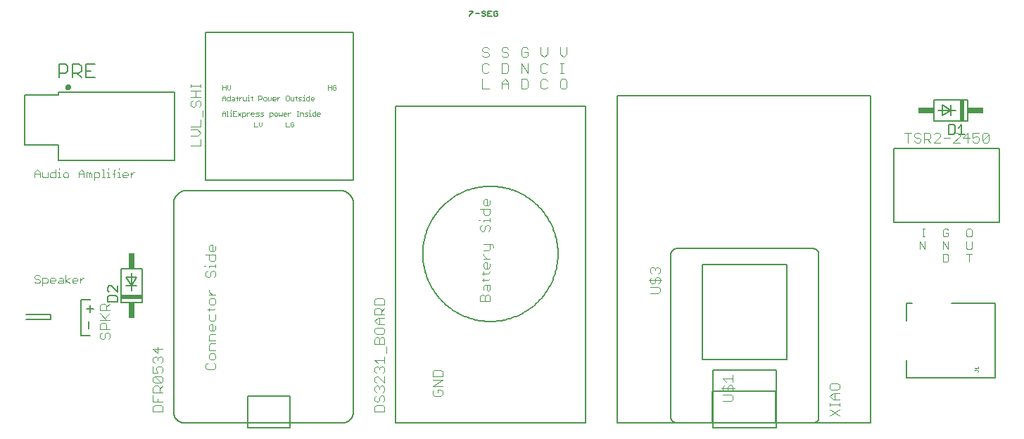
<source format=gto>
G75*
%MOIN*%
%OFA0B0*%
%FSLAX25Y25*%
%IPPOS*%
%LPD*%
%AMOC8*
5,1,8,0,0,1.08239X$1,22.5*
%
%ADD10C,0.00400*%
%ADD11C,0.00300*%
%ADD12C,0.00600*%
%ADD13C,0.00800*%
%ADD14C,0.00100*%
%ADD15C,0.00500*%
%ADD16R,0.10000X0.02000*%
%ADD17R,0.03000X0.07500*%
%ADD18C,0.01339*%
%ADD19C,0.00700*%
%ADD20R,0.02000X0.10000*%
%ADD21R,0.07500X0.03000*%
D10*
X0066996Y0064133D02*
X0066996Y0066435D01*
X0067763Y0067202D01*
X0070833Y0067202D01*
X0071600Y0066435D01*
X0071600Y0064133D01*
X0066996Y0064133D01*
X0066996Y0068737D02*
X0066996Y0071806D01*
X0066996Y0073341D02*
X0066996Y0075643D01*
X0067763Y0076410D01*
X0069298Y0076410D01*
X0070065Y0075643D01*
X0070065Y0073341D01*
X0070065Y0074876D02*
X0071600Y0076410D01*
X0070833Y0077945D02*
X0067763Y0081014D01*
X0070833Y0081014D01*
X0071600Y0080247D01*
X0071600Y0078712D01*
X0070833Y0077945D01*
X0067763Y0077945D01*
X0066996Y0078712D01*
X0066996Y0080247D01*
X0067763Y0081014D01*
X0066996Y0082549D02*
X0069298Y0082549D01*
X0068531Y0084083D01*
X0068531Y0084851D01*
X0069298Y0085618D01*
X0070833Y0085618D01*
X0071600Y0084851D01*
X0071600Y0083316D01*
X0070833Y0082549D01*
X0066996Y0082549D02*
X0066996Y0085618D01*
X0067763Y0087153D02*
X0066996Y0087920D01*
X0066996Y0089455D01*
X0067763Y0090222D01*
X0068531Y0090222D01*
X0069298Y0089455D01*
X0070065Y0090222D01*
X0070833Y0090222D01*
X0071600Y0089455D01*
X0071600Y0087920D01*
X0070833Y0087153D01*
X0069298Y0088687D02*
X0069298Y0089455D01*
X0069298Y0091757D02*
X0069298Y0094826D01*
X0066996Y0094059D02*
X0069298Y0091757D01*
X0071600Y0094059D02*
X0066996Y0094059D01*
X0046561Y0099270D02*
X0045793Y0098503D01*
X0046561Y0099270D02*
X0046561Y0100805D01*
X0045793Y0101572D01*
X0045026Y0101572D01*
X0044259Y0100805D01*
X0044259Y0099270D01*
X0043491Y0098503D01*
X0042724Y0098503D01*
X0041957Y0099270D01*
X0041957Y0100805D01*
X0042724Y0101572D01*
X0041957Y0103107D02*
X0041957Y0105409D01*
X0042724Y0106176D01*
X0044259Y0106176D01*
X0045026Y0105409D01*
X0045026Y0103107D01*
X0046561Y0103107D02*
X0041957Y0103107D01*
X0041957Y0107711D02*
X0046561Y0107711D01*
X0045026Y0107711D02*
X0041957Y0110780D01*
X0041957Y0112315D02*
X0041957Y0114617D01*
X0042724Y0115384D01*
X0044259Y0115384D01*
X0045026Y0114617D01*
X0045026Y0112315D01*
X0045026Y0113850D02*
X0046561Y0115384D01*
X0046561Y0112315D02*
X0041957Y0112315D01*
X0044259Y0108478D02*
X0046561Y0110780D01*
X0092763Y0112524D02*
X0095833Y0112524D01*
X0096600Y0113291D01*
X0095833Y0114826D02*
X0096600Y0115593D01*
X0096600Y0117128D01*
X0095833Y0117895D01*
X0094298Y0117895D01*
X0093531Y0117128D01*
X0093531Y0115593D01*
X0094298Y0114826D01*
X0095833Y0114826D01*
X0093531Y0113291D02*
X0093531Y0111757D01*
X0093531Y0110222D02*
X0093531Y0107920D01*
X0094298Y0107153D01*
X0095833Y0107153D01*
X0096600Y0107920D01*
X0096600Y0110222D01*
X0095065Y0105618D02*
X0095065Y0102549D01*
X0094298Y0102549D02*
X0093531Y0103316D01*
X0093531Y0104851D01*
X0094298Y0105618D01*
X0095065Y0105618D01*
X0096600Y0104851D02*
X0096600Y0103316D01*
X0095833Y0102549D01*
X0094298Y0102549D01*
X0094298Y0101014D02*
X0096600Y0101014D01*
X0094298Y0101014D02*
X0093531Y0100247D01*
X0093531Y0097945D01*
X0096600Y0097945D01*
X0096600Y0096410D02*
X0094298Y0096410D01*
X0093531Y0095643D01*
X0093531Y0093341D01*
X0096600Y0093341D01*
X0095833Y0091806D02*
X0094298Y0091806D01*
X0093531Y0091039D01*
X0093531Y0089504D01*
X0094298Y0088737D01*
X0095833Y0088737D01*
X0096600Y0089504D01*
X0096600Y0091039D01*
X0095833Y0091806D01*
X0095833Y0087202D02*
X0096600Y0086435D01*
X0096600Y0084900D01*
X0095833Y0084133D01*
X0092763Y0084133D01*
X0091996Y0084900D01*
X0091996Y0086435D01*
X0092763Y0087202D01*
X0071600Y0073341D02*
X0066996Y0073341D01*
X0069298Y0070272D02*
X0069298Y0068737D01*
X0071600Y0068737D02*
X0066996Y0068737D01*
X0093531Y0119430D02*
X0096600Y0119430D01*
X0095065Y0119430D02*
X0093531Y0120964D01*
X0093531Y0121732D01*
X0093531Y0127870D02*
X0094298Y0128638D01*
X0094298Y0130172D01*
X0095065Y0130940D01*
X0095833Y0130940D01*
X0096600Y0130172D01*
X0096600Y0128638D01*
X0095833Y0127870D01*
X0093531Y0127870D02*
X0092763Y0127870D01*
X0091996Y0128638D01*
X0091996Y0130172D01*
X0092763Y0130940D01*
X0093531Y0132474D02*
X0093531Y0133242D01*
X0096600Y0133242D01*
X0096600Y0134009D02*
X0096600Y0132474D01*
X0095833Y0135544D02*
X0094298Y0135544D01*
X0093531Y0136311D01*
X0093531Y0138613D01*
X0091996Y0138613D02*
X0096600Y0138613D01*
X0096600Y0136311D01*
X0095833Y0135544D01*
X0091996Y0133242D02*
X0091229Y0133242D01*
X0094298Y0140147D02*
X0093531Y0140915D01*
X0093531Y0142449D01*
X0094298Y0143217D01*
X0095065Y0143217D01*
X0095065Y0140147D01*
X0094298Y0140147D02*
X0095833Y0140147D01*
X0096600Y0140915D01*
X0096600Y0142449D01*
X0171996Y0117078D02*
X0171996Y0114776D01*
X0176600Y0114776D01*
X0176600Y0117078D01*
X0175833Y0117846D01*
X0172763Y0117846D01*
X0171996Y0117078D01*
X0172763Y0113242D02*
X0174298Y0113242D01*
X0175065Y0112474D01*
X0175065Y0110172D01*
X0175065Y0111707D02*
X0176600Y0113242D01*
X0176600Y0110172D02*
X0171996Y0110172D01*
X0171996Y0112474D01*
X0172763Y0113242D01*
X0173531Y0108638D02*
X0171996Y0107103D01*
X0173531Y0105568D01*
X0176600Y0105568D01*
X0175833Y0104034D02*
X0172763Y0104034D01*
X0171996Y0103266D01*
X0171996Y0101732D01*
X0172763Y0100964D01*
X0175833Y0100964D01*
X0176600Y0101732D01*
X0176600Y0103266D01*
X0175833Y0104034D01*
X0174298Y0105568D02*
X0174298Y0108638D01*
X0173531Y0108638D02*
X0176600Y0108638D01*
X0175833Y0099430D02*
X0176600Y0098662D01*
X0176600Y0096361D01*
X0171996Y0096361D01*
X0171996Y0098662D01*
X0172763Y0099430D01*
X0173531Y0099430D01*
X0174298Y0098662D01*
X0174298Y0096361D01*
X0174298Y0098662D02*
X0175065Y0099430D01*
X0175833Y0099430D01*
X0177367Y0094826D02*
X0177367Y0091757D01*
X0176600Y0090222D02*
X0176600Y0087153D01*
X0176600Y0088687D02*
X0171996Y0088687D01*
X0173531Y0087153D01*
X0173531Y0085618D02*
X0172763Y0085618D01*
X0171996Y0084851D01*
X0171996Y0083316D01*
X0172763Y0082549D01*
X0172763Y0081014D02*
X0171996Y0080247D01*
X0171996Y0078712D01*
X0172763Y0077945D01*
X0172763Y0076410D02*
X0173531Y0076410D01*
X0174298Y0075643D01*
X0175065Y0076410D01*
X0175833Y0076410D01*
X0176600Y0075643D01*
X0176600Y0074108D01*
X0175833Y0073341D01*
X0175833Y0071806D02*
X0176600Y0071039D01*
X0176600Y0069504D01*
X0175833Y0068737D01*
X0175833Y0067202D02*
X0172763Y0067202D01*
X0171996Y0066435D01*
X0171996Y0064133D01*
X0176600Y0064133D01*
X0176600Y0066435D01*
X0175833Y0067202D01*
X0173531Y0068737D02*
X0172763Y0068737D01*
X0171996Y0069504D01*
X0171996Y0071039D01*
X0172763Y0071806D01*
X0172763Y0073341D02*
X0171996Y0074108D01*
X0171996Y0075643D01*
X0172763Y0076410D01*
X0174298Y0075643D02*
X0174298Y0074876D01*
X0175065Y0071806D02*
X0175833Y0071806D01*
X0175065Y0071806D02*
X0174298Y0071039D01*
X0174298Y0069504D01*
X0173531Y0068737D01*
X0176600Y0077945D02*
X0173531Y0081014D01*
X0172763Y0081014D01*
X0174298Y0084083D02*
X0174298Y0084851D01*
X0175065Y0085618D01*
X0175833Y0085618D01*
X0176600Y0084851D01*
X0176600Y0083316D01*
X0175833Y0082549D01*
X0176600Y0081014D02*
X0176600Y0077945D01*
X0174298Y0084851D02*
X0173531Y0085618D01*
X0199496Y0083143D02*
X0199496Y0080841D01*
X0204100Y0080841D01*
X0204100Y0083143D01*
X0203333Y0083910D01*
X0200263Y0083910D01*
X0199496Y0083143D01*
X0199496Y0079306D02*
X0204100Y0079306D01*
X0199496Y0076237D01*
X0204100Y0076237D01*
X0203333Y0074702D02*
X0201798Y0074702D01*
X0201798Y0073168D01*
X0200263Y0074702D02*
X0199496Y0073935D01*
X0199496Y0072400D01*
X0200263Y0071633D01*
X0203333Y0071633D01*
X0204100Y0072400D01*
X0204100Y0073935D01*
X0203333Y0074702D01*
X0221996Y0116633D02*
X0221996Y0118935D01*
X0222763Y0119702D01*
X0223531Y0119702D01*
X0224298Y0118935D01*
X0224298Y0116633D01*
X0226600Y0116633D02*
X0221996Y0116633D01*
X0224298Y0118935D02*
X0225065Y0119702D01*
X0225833Y0119702D01*
X0226600Y0118935D01*
X0226600Y0116633D01*
X0225833Y0121237D02*
X0225065Y0122004D01*
X0225065Y0124306D01*
X0224298Y0124306D02*
X0226600Y0124306D01*
X0226600Y0122004D01*
X0225833Y0121237D01*
X0223531Y0122004D02*
X0223531Y0123539D01*
X0224298Y0124306D01*
X0223531Y0125841D02*
X0223531Y0127376D01*
X0222763Y0126608D02*
X0225833Y0126608D01*
X0226600Y0127376D01*
X0225833Y0129678D02*
X0226600Y0130445D01*
X0225833Y0129678D02*
X0222763Y0129678D01*
X0223531Y0130445D02*
X0223531Y0128910D01*
X0224298Y0131979D02*
X0223531Y0132747D01*
X0223531Y0134281D01*
X0224298Y0135049D01*
X0225065Y0135049D01*
X0225065Y0131979D01*
X0224298Y0131979D02*
X0225833Y0131979D01*
X0226600Y0132747D01*
X0226600Y0134281D01*
X0226600Y0136583D02*
X0223531Y0136583D01*
X0225065Y0136583D02*
X0223531Y0138118D01*
X0223531Y0138885D01*
X0223531Y0140420D02*
X0225833Y0140420D01*
X0226600Y0141187D01*
X0226600Y0143489D01*
X0227367Y0143489D02*
X0223531Y0143489D01*
X0227367Y0143489D02*
X0228135Y0142722D01*
X0228135Y0141955D01*
X0225833Y0149628D02*
X0226600Y0150395D01*
X0226600Y0151930D01*
X0225833Y0152697D01*
X0225065Y0152697D01*
X0224298Y0151930D01*
X0224298Y0150395D01*
X0223531Y0149628D01*
X0222763Y0149628D01*
X0221996Y0150395D01*
X0221996Y0151930D01*
X0222763Y0152697D01*
X0223531Y0154232D02*
X0223531Y0154999D01*
X0226600Y0154999D01*
X0226600Y0154232D02*
X0226600Y0155766D01*
X0225833Y0157301D02*
X0224298Y0157301D01*
X0223531Y0158068D01*
X0223531Y0160370D01*
X0221996Y0160370D02*
X0226600Y0160370D01*
X0226600Y0158068D01*
X0225833Y0157301D01*
X0221996Y0154999D02*
X0221229Y0154999D01*
X0224298Y0161905D02*
X0223531Y0162672D01*
X0223531Y0164207D01*
X0224298Y0164974D01*
X0225065Y0164974D01*
X0225065Y0161905D01*
X0224298Y0161905D02*
X0225833Y0161905D01*
X0226600Y0162672D01*
X0226600Y0164207D01*
X0302496Y0131831D02*
X0302496Y0130296D01*
X0303263Y0129529D01*
X0303263Y0127994D02*
X0302496Y0127227D01*
X0302496Y0125693D01*
X0303263Y0124925D01*
X0304031Y0124925D01*
X0304798Y0125693D01*
X0304798Y0127227D01*
X0305565Y0127994D01*
X0306333Y0127994D01*
X0307100Y0127227D01*
X0307100Y0125693D01*
X0306333Y0124925D01*
X0306333Y0123391D02*
X0302496Y0123391D01*
X0302496Y0120321D02*
X0306333Y0120321D01*
X0307100Y0121089D01*
X0307100Y0122623D01*
X0306333Y0123391D01*
X0307867Y0126460D02*
X0301729Y0126460D01*
X0306333Y0129529D02*
X0307100Y0130296D01*
X0307100Y0131831D01*
X0306333Y0132598D01*
X0305565Y0132598D01*
X0304798Y0131831D01*
X0304798Y0131064D01*
X0304798Y0131831D02*
X0304031Y0132598D01*
X0303263Y0132598D01*
X0302496Y0131831D01*
X0341600Y0081410D02*
X0341600Y0078341D01*
X0341600Y0079876D02*
X0336996Y0079876D01*
X0338531Y0078341D01*
X0337763Y0076806D02*
X0336996Y0076039D01*
X0336996Y0074504D01*
X0337763Y0073737D01*
X0338531Y0073737D01*
X0339298Y0074504D01*
X0339298Y0076039D01*
X0340065Y0076806D01*
X0340833Y0076806D01*
X0341600Y0076039D01*
X0341600Y0074504D01*
X0340833Y0073737D01*
X0340833Y0072202D02*
X0336996Y0072202D01*
X0336996Y0069133D02*
X0340833Y0069133D01*
X0341600Y0069900D01*
X0341600Y0071435D01*
X0340833Y0072202D01*
X0342367Y0075272D02*
X0336229Y0075272D01*
X0387496Y0075296D02*
X0388263Y0074529D01*
X0391333Y0074529D01*
X0392100Y0075296D01*
X0392100Y0076831D01*
X0391333Y0077598D01*
X0388263Y0077598D01*
X0387496Y0076831D01*
X0387496Y0075296D01*
X0389031Y0072994D02*
X0392100Y0072994D01*
X0389798Y0072994D02*
X0389798Y0069925D01*
X0389031Y0069925D02*
X0392100Y0069925D01*
X0392100Y0068391D02*
X0392100Y0066856D01*
X0392100Y0067623D02*
X0387496Y0067623D01*
X0387496Y0066856D02*
X0387496Y0068391D01*
X0389031Y0069925D02*
X0387496Y0071460D01*
X0389031Y0072994D01*
X0387496Y0065321D02*
X0392100Y0062252D01*
X0392100Y0065321D02*
X0387496Y0062252D01*
X0424535Y0191633D02*
X0424535Y0196237D01*
X0426069Y0196237D02*
X0423000Y0196237D01*
X0427604Y0195470D02*
X0427604Y0194702D01*
X0428371Y0193935D01*
X0429906Y0193935D01*
X0430673Y0193168D01*
X0430673Y0192400D01*
X0429906Y0191633D01*
X0428371Y0191633D01*
X0427604Y0192400D01*
X0427604Y0195470D02*
X0428371Y0196237D01*
X0429906Y0196237D01*
X0430673Y0195470D01*
X0432208Y0196237D02*
X0432208Y0191633D01*
X0432208Y0193168D02*
X0434510Y0193168D01*
X0435277Y0193935D01*
X0435277Y0195470D01*
X0434510Y0196237D01*
X0432208Y0196237D01*
X0433742Y0193168D02*
X0435277Y0191633D01*
X0436812Y0191633D02*
X0439881Y0194702D01*
X0439881Y0195470D01*
X0439114Y0196237D01*
X0437579Y0196237D01*
X0436812Y0195470D01*
X0436812Y0191633D02*
X0439881Y0191633D01*
X0441416Y0193935D02*
X0444485Y0193935D01*
X0446020Y0195470D02*
X0446787Y0196237D01*
X0448322Y0196237D01*
X0449089Y0195470D01*
X0449089Y0194702D01*
X0446020Y0191633D01*
X0449089Y0191633D01*
X0450624Y0193935D02*
X0453693Y0193935D01*
X0455227Y0193935D02*
X0455227Y0196237D01*
X0458297Y0196237D01*
X0459831Y0195470D02*
X0460599Y0196237D01*
X0462133Y0196237D01*
X0462901Y0195470D01*
X0459831Y0192400D01*
X0460599Y0191633D01*
X0462133Y0191633D01*
X0462901Y0192400D01*
X0462901Y0195470D01*
X0459831Y0195470D02*
X0459831Y0192400D01*
X0458297Y0192400D02*
X0458297Y0193935D01*
X0457529Y0194702D01*
X0456762Y0194702D01*
X0455227Y0193935D01*
X0455227Y0192400D02*
X0455995Y0191633D01*
X0457529Y0191633D01*
X0458297Y0192400D01*
X0452926Y0191633D02*
X0452926Y0196237D01*
X0450624Y0193935D01*
X0262901Y0217900D02*
X0262901Y0220970D01*
X0262133Y0221737D01*
X0260599Y0221737D01*
X0259831Y0220970D01*
X0259831Y0217900D01*
X0260599Y0217133D01*
X0262133Y0217133D01*
X0262901Y0217900D01*
X0253693Y0217900D02*
X0252926Y0217133D01*
X0251391Y0217133D01*
X0250624Y0217900D01*
X0250624Y0220970D01*
X0251391Y0221737D01*
X0252926Y0221737D01*
X0253693Y0220970D01*
X0244485Y0220970D02*
X0244485Y0217900D01*
X0243718Y0217133D01*
X0241416Y0217133D01*
X0241416Y0221737D01*
X0243718Y0221737D01*
X0244485Y0220970D01*
X0244485Y0224633D02*
X0244485Y0229237D01*
X0241416Y0229237D02*
X0241416Y0224633D01*
X0244485Y0224633D02*
X0241416Y0229237D01*
X0235277Y0228470D02*
X0235277Y0225400D01*
X0234510Y0224633D01*
X0232208Y0224633D01*
X0232208Y0229237D01*
X0234510Y0229237D01*
X0235277Y0228470D01*
X0234510Y0232133D02*
X0232975Y0232133D01*
X0232208Y0232900D01*
X0232975Y0234435D02*
X0232208Y0235202D01*
X0232208Y0235970D01*
X0232975Y0236737D01*
X0234510Y0236737D01*
X0235277Y0235970D01*
X0234510Y0234435D02*
X0235277Y0233668D01*
X0235277Y0232900D01*
X0234510Y0232133D01*
X0234510Y0234435D02*
X0232975Y0234435D01*
X0241416Y0235970D02*
X0241416Y0232900D01*
X0242183Y0232133D01*
X0243718Y0232133D01*
X0244485Y0232900D01*
X0244485Y0234435D01*
X0242950Y0234435D01*
X0241416Y0235970D02*
X0242183Y0236737D01*
X0243718Y0236737D01*
X0244485Y0235970D01*
X0250624Y0236737D02*
X0250624Y0233668D01*
X0252158Y0232133D01*
X0253693Y0233668D01*
X0253693Y0236737D01*
X0259831Y0236737D02*
X0259831Y0233668D01*
X0261366Y0232133D01*
X0262901Y0233668D01*
X0262901Y0236737D01*
X0261366Y0229237D02*
X0259831Y0229237D01*
X0260599Y0229237D02*
X0260599Y0224633D01*
X0261366Y0224633D02*
X0259831Y0224633D01*
X0253693Y0225400D02*
X0252926Y0224633D01*
X0251391Y0224633D01*
X0250624Y0225400D01*
X0250624Y0228470D01*
X0251391Y0229237D01*
X0252926Y0229237D01*
X0253693Y0228470D01*
X0235277Y0220202D02*
X0235277Y0217133D01*
X0235277Y0219435D02*
X0232208Y0219435D01*
X0232208Y0220202D02*
X0233742Y0221737D01*
X0235277Y0220202D01*
X0232208Y0220202D02*
X0232208Y0217133D01*
X0226069Y0217133D02*
X0223000Y0217133D01*
X0223000Y0221737D01*
X0223767Y0224633D02*
X0225302Y0224633D01*
X0226069Y0225400D01*
X0223767Y0224633D02*
X0223000Y0225400D01*
X0223000Y0228470D01*
X0223767Y0229237D01*
X0225302Y0229237D01*
X0226069Y0228470D01*
X0225302Y0232133D02*
X0223767Y0232133D01*
X0223000Y0232900D01*
X0223767Y0234435D02*
X0225302Y0234435D01*
X0226069Y0233668D01*
X0226069Y0232900D01*
X0225302Y0232133D01*
X0223767Y0234435D02*
X0223000Y0235202D01*
X0223000Y0235970D01*
X0223767Y0236737D01*
X0225302Y0236737D01*
X0226069Y0235970D01*
X0089600Y0219291D02*
X0089600Y0217757D01*
X0089600Y0218524D02*
X0084996Y0218524D01*
X0084996Y0217757D02*
X0084996Y0219291D01*
X0084996Y0216222D02*
X0089600Y0216222D01*
X0087298Y0216222D02*
X0087298Y0213153D01*
X0088065Y0211618D02*
X0088833Y0211618D01*
X0089600Y0210851D01*
X0089600Y0209316D01*
X0088833Y0208549D01*
X0087298Y0209316D02*
X0086531Y0208549D01*
X0085763Y0208549D01*
X0084996Y0209316D01*
X0084996Y0210851D01*
X0085763Y0211618D01*
X0084996Y0213153D02*
X0089600Y0213153D01*
X0088065Y0211618D02*
X0087298Y0210851D01*
X0087298Y0209316D01*
X0090367Y0207014D02*
X0090367Y0203945D01*
X0089600Y0202410D02*
X0089600Y0199341D01*
X0084996Y0199341D01*
X0084996Y0197806D02*
X0088065Y0197806D01*
X0089600Y0196272D01*
X0088065Y0194737D01*
X0084996Y0194737D01*
X0089600Y0193202D02*
X0089600Y0190133D01*
X0084996Y0190133D01*
D11*
X0058227Y0177552D02*
X0057610Y0177552D01*
X0056375Y0176317D01*
X0055161Y0176317D02*
X0052692Y0176317D01*
X0052692Y0175700D02*
X0052692Y0176935D01*
X0053309Y0177552D01*
X0054544Y0177552D01*
X0055161Y0176935D01*
X0055161Y0176317D01*
X0054544Y0175083D02*
X0053309Y0175083D01*
X0052692Y0175700D01*
X0051471Y0175083D02*
X0050237Y0175083D01*
X0050854Y0175083D02*
X0050854Y0177552D01*
X0050237Y0177552D01*
X0049016Y0176935D02*
X0047781Y0176935D01*
X0048399Y0178169D02*
X0048399Y0175083D01*
X0046560Y0175083D02*
X0045326Y0175083D01*
X0045943Y0175083D02*
X0045943Y0177552D01*
X0045326Y0177552D01*
X0045943Y0178786D02*
X0045943Y0179403D01*
X0043488Y0178786D02*
X0043488Y0175083D01*
X0042871Y0175083D02*
X0044105Y0175083D01*
X0041656Y0175700D02*
X0041039Y0175083D01*
X0039187Y0175083D01*
X0037973Y0175083D02*
X0037973Y0176935D01*
X0037356Y0177552D01*
X0036739Y0176935D01*
X0036739Y0175083D01*
X0035504Y0175083D02*
X0035504Y0177552D01*
X0036121Y0177552D01*
X0036739Y0176935D01*
X0034290Y0176935D02*
X0031821Y0176935D01*
X0031821Y0177552D02*
X0031821Y0175083D01*
X0031821Y0177552D02*
X0033056Y0178786D01*
X0034290Y0177552D01*
X0034290Y0175083D01*
X0039187Y0173849D02*
X0039187Y0177552D01*
X0041039Y0177552D01*
X0041656Y0176935D01*
X0041656Y0175700D01*
X0042871Y0178786D02*
X0043488Y0178786D01*
X0048399Y0178169D02*
X0049016Y0178786D01*
X0050854Y0178786D02*
X0050854Y0179403D01*
X0056375Y0177552D02*
X0056375Y0175083D01*
X0026924Y0175700D02*
X0026924Y0176935D01*
X0026306Y0177552D01*
X0025072Y0177552D01*
X0024455Y0176935D01*
X0024455Y0175700D01*
X0025072Y0175083D01*
X0026306Y0175083D01*
X0026924Y0175700D01*
X0023234Y0175083D02*
X0021999Y0175083D01*
X0022617Y0175083D02*
X0022617Y0177552D01*
X0021999Y0177552D01*
X0020785Y0177552D02*
X0018933Y0177552D01*
X0018316Y0176935D01*
X0018316Y0175700D01*
X0018933Y0175083D01*
X0020785Y0175083D01*
X0020785Y0178786D01*
X0022617Y0178786D02*
X0022617Y0179403D01*
X0017102Y0177552D02*
X0017102Y0175083D01*
X0015250Y0175083D01*
X0014633Y0175700D01*
X0014633Y0177552D01*
X0013419Y0177552D02*
X0013419Y0175083D01*
X0013419Y0176935D02*
X0010950Y0176935D01*
X0010950Y0177552D02*
X0010950Y0175083D01*
X0010950Y0177552D02*
X0012184Y0178786D01*
X0013419Y0177552D01*
X0012802Y0128786D02*
X0011567Y0128786D01*
X0010950Y0128169D01*
X0010950Y0127552D01*
X0011567Y0126935D01*
X0012802Y0126935D01*
X0013419Y0126317D01*
X0013419Y0125700D01*
X0012802Y0125083D01*
X0011567Y0125083D01*
X0010950Y0125700D01*
X0013419Y0128169D02*
X0012802Y0128786D01*
X0014633Y0127552D02*
X0016485Y0127552D01*
X0017102Y0126935D01*
X0017102Y0125700D01*
X0016485Y0125083D01*
X0014633Y0125083D01*
X0014633Y0123849D02*
X0014633Y0127552D01*
X0018316Y0126935D02*
X0018933Y0127552D01*
X0020168Y0127552D01*
X0020785Y0126935D01*
X0020785Y0126317D01*
X0018316Y0126317D01*
X0018316Y0125700D02*
X0018316Y0126935D01*
X0018316Y0125700D02*
X0018933Y0125083D01*
X0020168Y0125083D01*
X0021999Y0125700D02*
X0022617Y0126317D01*
X0024468Y0126317D01*
X0024468Y0126935D02*
X0024468Y0125083D01*
X0022617Y0125083D01*
X0021999Y0125700D01*
X0022617Y0127552D02*
X0023851Y0127552D01*
X0024468Y0126935D01*
X0025683Y0126317D02*
X0027534Y0127552D01*
X0028752Y0126935D02*
X0029369Y0127552D01*
X0030603Y0127552D01*
X0031221Y0126935D01*
X0031221Y0126317D01*
X0028752Y0126317D01*
X0028752Y0125700D02*
X0028752Y0126935D01*
X0028752Y0125700D02*
X0029369Y0125083D01*
X0030603Y0125083D01*
X0032435Y0125083D02*
X0032435Y0127552D01*
X0033669Y0127552D02*
X0032435Y0126317D01*
X0033669Y0127552D02*
X0034287Y0127552D01*
X0027534Y0125083D02*
X0025683Y0126317D01*
X0025683Y0125083D02*
X0025683Y0128786D01*
X0430168Y0141083D02*
X0430168Y0144786D01*
X0432637Y0141083D01*
X0432637Y0144786D01*
X0432630Y0147083D02*
X0431396Y0147083D01*
X0432013Y0147083D02*
X0432013Y0150786D01*
X0431396Y0150786D02*
X0432630Y0150786D01*
X0441217Y0150169D02*
X0441217Y0147700D01*
X0441835Y0147083D01*
X0443069Y0147083D01*
X0443686Y0147700D01*
X0443686Y0148935D01*
X0442452Y0148935D01*
X0443686Y0150169D02*
X0443069Y0150786D01*
X0441835Y0150786D01*
X0441217Y0150169D01*
X0441217Y0144786D02*
X0443686Y0141083D01*
X0443686Y0144786D01*
X0441217Y0144786D02*
X0441217Y0141083D01*
X0441217Y0138786D02*
X0443069Y0138786D01*
X0443686Y0138169D01*
X0443686Y0135700D01*
X0443069Y0135083D01*
X0441217Y0135083D01*
X0441217Y0138786D01*
X0452267Y0138786D02*
X0454736Y0138786D01*
X0453501Y0138786D02*
X0453501Y0135083D01*
X0452884Y0141083D02*
X0454118Y0141083D01*
X0454736Y0141700D01*
X0454736Y0144786D01*
X0454118Y0147083D02*
X0454736Y0147700D01*
X0454736Y0150169D01*
X0454118Y0150786D01*
X0452884Y0150786D01*
X0452267Y0150169D01*
X0452267Y0147700D01*
X0452884Y0147083D01*
X0454118Y0147083D01*
X0452267Y0144786D02*
X0452267Y0141700D01*
X0452884Y0141083D01*
D12*
X0452800Y0201933D02*
X0436800Y0201933D01*
X0436800Y0211933D01*
X0452800Y0211933D01*
X0452800Y0201933D01*
X0444800Y0204433D02*
X0444800Y0206933D01*
X0444800Y0209433D01*
X0444800Y0206933D02*
X0438800Y0206933D01*
X0440800Y0204433D02*
X0444800Y0206933D01*
X0440800Y0209433D01*
X0440800Y0204433D01*
X0444800Y0206933D02*
X0447300Y0206933D01*
X0230321Y0251867D02*
X0230321Y0252734D01*
X0229453Y0252734D01*
X0228586Y0251867D02*
X0229020Y0251433D01*
X0229887Y0251433D01*
X0230321Y0251867D01*
X0230321Y0253602D02*
X0229887Y0254035D01*
X0229020Y0254035D01*
X0228586Y0253602D01*
X0228586Y0251867D01*
X0227374Y0251433D02*
X0225640Y0251433D01*
X0225640Y0254035D01*
X0227374Y0254035D01*
X0226507Y0252734D02*
X0225640Y0252734D01*
X0224428Y0252300D02*
X0224428Y0251867D01*
X0223994Y0251433D01*
X0223127Y0251433D01*
X0222693Y0251867D01*
X0223127Y0252734D02*
X0223994Y0252734D01*
X0224428Y0252300D01*
X0224428Y0253602D02*
X0223994Y0254035D01*
X0223127Y0254035D01*
X0222693Y0253602D01*
X0222693Y0253168D01*
X0223127Y0252734D01*
X0221481Y0252734D02*
X0219747Y0252734D01*
X0218535Y0253602D02*
X0216800Y0251867D01*
X0216800Y0251433D01*
X0216800Y0254035D02*
X0218535Y0254035D01*
X0218535Y0253602D01*
X0039543Y0228882D02*
X0035271Y0228882D01*
X0035271Y0222473D01*
X0039543Y0222473D01*
X0037407Y0225677D02*
X0035271Y0225677D01*
X0033095Y0225677D02*
X0032026Y0224609D01*
X0028822Y0224609D01*
X0028822Y0222473D02*
X0028822Y0228882D01*
X0032026Y0228882D01*
X0033095Y0227814D01*
X0033095Y0225677D01*
X0030958Y0224609D02*
X0033095Y0222473D01*
X0026646Y0225677D02*
X0026646Y0227814D01*
X0025578Y0228882D01*
X0022373Y0228882D01*
X0022373Y0222473D01*
X0022373Y0224609D02*
X0025578Y0224609D01*
X0026646Y0225677D01*
X0051800Y0131933D02*
X0051800Y0115933D01*
X0061800Y0115933D01*
X0061800Y0131933D01*
X0051800Y0131933D01*
X0054300Y0127933D02*
X0056800Y0123933D01*
X0059300Y0123933D01*
X0056800Y0123933D02*
X0054300Y0123933D01*
X0056800Y0123933D02*
X0056800Y0129933D01*
X0059300Y0127933D02*
X0056800Y0123933D01*
X0056800Y0121433D01*
X0054300Y0127933D02*
X0059300Y0127933D01*
D13*
X0423863Y0115650D02*
X0423863Y0107382D01*
X0423863Y0115650D02*
X0426619Y0115650D01*
X0445123Y0115650D02*
X0465989Y0115650D01*
X0465989Y0080217D01*
X0423863Y0080217D01*
X0423863Y0088484D01*
D14*
X0456249Y0084957D02*
X0457750Y0084957D01*
X0457750Y0085457D02*
X0457750Y0084456D01*
X0457500Y0083734D02*
X0456249Y0083734D01*
X0456249Y0083984D02*
X0456249Y0083483D01*
X0456749Y0084456D02*
X0456249Y0084957D01*
X0457500Y0083734D02*
X0457750Y0083483D01*
X0457750Y0083233D01*
X0457500Y0082983D01*
X0153675Y0216967D02*
X0153675Y0217734D01*
X0152907Y0217734D01*
X0152140Y0216967D02*
X0152524Y0216583D01*
X0153291Y0216583D01*
X0153675Y0216967D01*
X0153675Y0218501D02*
X0153291Y0218885D01*
X0152524Y0218885D01*
X0152140Y0218501D01*
X0152140Y0216967D01*
X0151465Y0216583D02*
X0151465Y0218885D01*
X0151465Y0217734D02*
X0149930Y0217734D01*
X0149930Y0216583D02*
X0149930Y0218885D01*
X0141018Y0213885D02*
X0141018Y0211583D01*
X0139867Y0211583D01*
X0139484Y0211967D01*
X0139484Y0212734D01*
X0139867Y0213118D01*
X0141018Y0213118D01*
X0141693Y0212734D02*
X0142077Y0213118D01*
X0142844Y0213118D01*
X0143228Y0212734D01*
X0143228Y0212350D01*
X0141693Y0212350D01*
X0141693Y0211967D02*
X0141693Y0212734D01*
X0141693Y0211967D02*
X0142077Y0211583D01*
X0142844Y0211583D01*
X0138778Y0211583D02*
X0138010Y0211583D01*
X0138394Y0211583D02*
X0138394Y0213118D01*
X0138010Y0213118D01*
X0137335Y0213118D02*
X0136184Y0213118D01*
X0135800Y0212734D01*
X0136184Y0212350D01*
X0136951Y0212350D01*
X0137335Y0211967D01*
X0136951Y0211583D01*
X0135800Y0211583D01*
X0135094Y0211583D02*
X0134711Y0211967D01*
X0134711Y0213501D01*
X0135094Y0213118D02*
X0134327Y0213118D01*
X0133652Y0213118D02*
X0133652Y0211583D01*
X0132501Y0211583D01*
X0132117Y0211967D01*
X0132117Y0213118D01*
X0131442Y0213501D02*
X0131058Y0213885D01*
X0130291Y0213885D01*
X0129907Y0213501D01*
X0129907Y0211967D01*
X0130291Y0211583D01*
X0131058Y0211583D01*
X0131442Y0211967D01*
X0131442Y0213501D01*
X0127007Y0213118D02*
X0126623Y0213118D01*
X0125856Y0212350D01*
X0125181Y0212350D02*
X0123646Y0212350D01*
X0123646Y0211967D02*
X0123646Y0212734D01*
X0124030Y0213118D01*
X0124797Y0213118D01*
X0125181Y0212734D01*
X0125181Y0212350D01*
X0124797Y0211583D02*
X0124030Y0211583D01*
X0123646Y0211967D01*
X0122971Y0211967D02*
X0122971Y0213118D01*
X0122971Y0211967D02*
X0122587Y0211583D01*
X0122204Y0211967D01*
X0121820Y0211583D01*
X0121436Y0211967D01*
X0121436Y0213118D01*
X0120761Y0212734D02*
X0120377Y0213118D01*
X0119610Y0213118D01*
X0119226Y0212734D01*
X0119226Y0211967D01*
X0119610Y0211583D01*
X0120377Y0211583D01*
X0120761Y0211967D01*
X0120761Y0212734D01*
X0118551Y0212734D02*
X0118167Y0212350D01*
X0117016Y0212350D01*
X0117016Y0211583D02*
X0117016Y0213885D01*
X0118167Y0213885D01*
X0118551Y0213501D01*
X0118551Y0212734D01*
X0114101Y0213118D02*
X0113333Y0213118D01*
X0113717Y0213501D02*
X0113717Y0211967D01*
X0114101Y0211583D01*
X0112627Y0211583D02*
X0111860Y0211583D01*
X0112244Y0211583D02*
X0112244Y0213118D01*
X0111860Y0213118D01*
X0111185Y0213118D02*
X0111185Y0211583D01*
X0110034Y0211583D01*
X0109650Y0211967D01*
X0109650Y0213118D01*
X0108960Y0213118D02*
X0108576Y0213118D01*
X0107809Y0212350D01*
X0107809Y0211583D02*
X0107809Y0213118D01*
X0107103Y0212734D02*
X0106335Y0212734D01*
X0105660Y0212734D02*
X0105660Y0211583D01*
X0104509Y0211583D01*
X0104125Y0211967D01*
X0104509Y0212350D01*
X0105660Y0212350D01*
X0105660Y0212734D02*
X0105276Y0213118D01*
X0104509Y0213118D01*
X0103450Y0213118D02*
X0102299Y0213118D01*
X0101916Y0212734D01*
X0101916Y0211967D01*
X0102299Y0211583D01*
X0103450Y0211583D01*
X0103450Y0213885D01*
X0101240Y0213118D02*
X0101240Y0211583D01*
X0101240Y0212734D02*
X0099706Y0212734D01*
X0099706Y0213118D02*
X0100473Y0213885D01*
X0101240Y0213118D01*
X0099706Y0213118D02*
X0099706Y0211583D01*
X0106719Y0211583D02*
X0106719Y0213501D01*
X0107103Y0213885D01*
X0103675Y0217350D02*
X0103675Y0218885D01*
X0103675Y0217350D02*
X0102907Y0216583D01*
X0102140Y0217350D01*
X0102140Y0218885D01*
X0101465Y0218885D02*
X0101465Y0216583D01*
X0101465Y0217734D02*
X0099930Y0217734D01*
X0099930Y0216583D02*
X0099930Y0218885D01*
X0112244Y0214269D02*
X0112244Y0213885D01*
X0106397Y0206685D02*
X0104862Y0206685D01*
X0104862Y0204383D01*
X0106397Y0204383D01*
X0107072Y0204383D02*
X0108607Y0205918D01*
X0109282Y0205918D02*
X0110433Y0205918D01*
X0110816Y0205534D01*
X0110816Y0204767D01*
X0110433Y0204383D01*
X0109282Y0204383D01*
X0108607Y0204383D02*
X0107072Y0205918D01*
X0105629Y0205534D02*
X0104862Y0205534D01*
X0103772Y0205918D02*
X0103772Y0204383D01*
X0103389Y0204383D02*
X0104156Y0204383D01*
X0102683Y0204383D02*
X0101916Y0204383D01*
X0102299Y0204383D02*
X0102299Y0206685D01*
X0101916Y0206685D01*
X0101240Y0205918D02*
X0100473Y0206685D01*
X0099706Y0205918D01*
X0099706Y0204383D01*
X0099706Y0205534D02*
X0101240Y0205534D01*
X0101240Y0205918D02*
X0101240Y0204383D01*
X0103389Y0205918D02*
X0103772Y0205918D01*
X0103772Y0206685D02*
X0103772Y0207069D01*
X0109282Y0205918D02*
X0109282Y0203616D01*
X0111492Y0204383D02*
X0111492Y0205918D01*
X0112259Y0205918D02*
X0112643Y0205918D01*
X0112259Y0205918D02*
X0111492Y0205150D01*
X0113333Y0205150D02*
X0114868Y0205150D01*
X0114868Y0205534D01*
X0114484Y0205918D01*
X0113717Y0205918D01*
X0113333Y0205534D01*
X0113333Y0204767D01*
X0113717Y0204383D01*
X0114484Y0204383D01*
X0115543Y0204383D02*
X0116694Y0204383D01*
X0117078Y0204767D01*
X0116694Y0205150D01*
X0115927Y0205150D01*
X0115543Y0205534D01*
X0115927Y0205918D01*
X0117078Y0205918D01*
X0117753Y0205534D02*
X0118137Y0205918D01*
X0119288Y0205918D01*
X0118904Y0205150D02*
X0119288Y0204767D01*
X0118904Y0204383D01*
X0117753Y0204383D01*
X0118137Y0205150D02*
X0117753Y0205534D01*
X0118137Y0205150D02*
X0118904Y0205150D01*
X0122173Y0204383D02*
X0123324Y0204383D01*
X0123707Y0204767D01*
X0123707Y0205534D01*
X0123324Y0205918D01*
X0122173Y0205918D01*
X0122173Y0203616D01*
X0124383Y0204767D02*
X0124766Y0204383D01*
X0125534Y0204383D01*
X0125917Y0204767D01*
X0125917Y0205534D01*
X0125534Y0205918D01*
X0124766Y0205918D01*
X0124383Y0205534D01*
X0124383Y0204767D01*
X0126593Y0204767D02*
X0126976Y0204383D01*
X0127360Y0204767D01*
X0127744Y0204383D01*
X0128127Y0204767D01*
X0128127Y0205918D01*
X0128802Y0205534D02*
X0129186Y0205918D01*
X0129953Y0205918D01*
X0130337Y0205534D01*
X0130337Y0205150D01*
X0128802Y0205150D01*
X0128802Y0204767D02*
X0128802Y0205534D01*
X0128802Y0204767D02*
X0129186Y0204383D01*
X0129953Y0204383D01*
X0131012Y0204383D02*
X0131012Y0205918D01*
X0131012Y0205150D02*
X0131780Y0205918D01*
X0132163Y0205918D01*
X0135064Y0206685D02*
X0135831Y0206685D01*
X0135447Y0206685D02*
X0135447Y0204383D01*
X0135064Y0204383D02*
X0135831Y0204383D01*
X0136537Y0204383D02*
X0136537Y0205918D01*
X0137688Y0205918D01*
X0138072Y0205534D01*
X0138072Y0204383D01*
X0138747Y0204383D02*
X0139898Y0204383D01*
X0140282Y0204767D01*
X0139898Y0205150D01*
X0139131Y0205150D01*
X0138747Y0205534D01*
X0139131Y0205918D01*
X0140282Y0205918D01*
X0140957Y0205918D02*
X0141340Y0205918D01*
X0141340Y0204383D01*
X0140957Y0204383D02*
X0141724Y0204383D01*
X0142430Y0204767D02*
X0142430Y0205534D01*
X0142814Y0205918D01*
X0143965Y0205918D01*
X0143965Y0206685D02*
X0143965Y0204383D01*
X0142814Y0204383D01*
X0142430Y0204767D01*
X0141340Y0206685D02*
X0141340Y0207069D01*
X0144640Y0205534D02*
X0145024Y0205918D01*
X0145791Y0205918D01*
X0146175Y0205534D01*
X0146175Y0205150D01*
X0144640Y0205150D01*
X0144640Y0204767D02*
X0144640Y0205534D01*
X0144640Y0204767D02*
X0145024Y0204383D01*
X0145791Y0204383D01*
X0133675Y0201001D02*
X0133291Y0201385D01*
X0132524Y0201385D01*
X0132140Y0201001D01*
X0132140Y0199467D01*
X0132524Y0199083D01*
X0133291Y0199083D01*
X0133675Y0199467D01*
X0133675Y0200234D01*
X0132907Y0200234D01*
X0131465Y0199083D02*
X0129930Y0199083D01*
X0129930Y0201385D01*
X0126593Y0204767D02*
X0126593Y0205918D01*
X0118675Y0201385D02*
X0118675Y0199850D01*
X0117907Y0199083D01*
X0117140Y0199850D01*
X0117140Y0201385D01*
X0114930Y0201385D02*
X0114930Y0199083D01*
X0116465Y0199083D01*
X0125856Y0211583D02*
X0125856Y0213118D01*
X0138394Y0213885D02*
X0138394Y0214269D01*
D15*
X0131800Y0056433D02*
X0111800Y0056433D01*
X0111800Y0071433D01*
X0131800Y0071433D01*
X0131800Y0056433D01*
X0156800Y0058933D02*
X0081800Y0058933D01*
X0081660Y0058935D01*
X0081520Y0058941D01*
X0081380Y0058951D01*
X0081240Y0058964D01*
X0081101Y0058982D01*
X0080962Y0059004D01*
X0080825Y0059029D01*
X0080687Y0059058D01*
X0080551Y0059091D01*
X0080416Y0059128D01*
X0080282Y0059169D01*
X0080149Y0059214D01*
X0080017Y0059262D01*
X0079887Y0059314D01*
X0079758Y0059369D01*
X0079631Y0059428D01*
X0079505Y0059491D01*
X0079381Y0059557D01*
X0079260Y0059626D01*
X0079140Y0059699D01*
X0079022Y0059776D01*
X0078907Y0059855D01*
X0078793Y0059938D01*
X0078683Y0060024D01*
X0078574Y0060113D01*
X0078468Y0060205D01*
X0078365Y0060300D01*
X0078264Y0060397D01*
X0078167Y0060498D01*
X0078072Y0060601D01*
X0077980Y0060707D01*
X0077891Y0060816D01*
X0077805Y0060926D01*
X0077722Y0061040D01*
X0077643Y0061155D01*
X0077566Y0061273D01*
X0077493Y0061393D01*
X0077424Y0061514D01*
X0077358Y0061638D01*
X0077295Y0061764D01*
X0077236Y0061891D01*
X0077181Y0062020D01*
X0077129Y0062150D01*
X0077081Y0062282D01*
X0077036Y0062415D01*
X0076995Y0062549D01*
X0076958Y0062684D01*
X0076925Y0062820D01*
X0076896Y0062958D01*
X0076871Y0063095D01*
X0076849Y0063234D01*
X0076831Y0063373D01*
X0076818Y0063513D01*
X0076808Y0063653D01*
X0076802Y0063793D01*
X0076800Y0063933D01*
X0076800Y0163933D01*
X0076833Y0164088D01*
X0076870Y0164243D01*
X0076911Y0164397D01*
X0076955Y0164549D01*
X0077004Y0164701D01*
X0077056Y0164851D01*
X0077112Y0164999D01*
X0077171Y0165147D01*
X0077235Y0165293D01*
X0077302Y0165437D01*
X0077372Y0165579D01*
X0077446Y0165720D01*
X0077523Y0165859D01*
X0077604Y0165995D01*
X0077689Y0166130D01*
X0077776Y0166263D01*
X0077867Y0166393D01*
X0077961Y0166521D01*
X0078058Y0166647D01*
X0078159Y0166770D01*
X0078262Y0166891D01*
X0078369Y0167009D01*
X0078478Y0167124D01*
X0078590Y0167237D01*
X0078705Y0167346D01*
X0078823Y0167453D01*
X0078943Y0167557D01*
X0079066Y0167658D01*
X0079191Y0167756D01*
X0079319Y0167851D01*
X0079449Y0167942D01*
X0079581Y0168030D01*
X0079715Y0168115D01*
X0079852Y0168196D01*
X0079990Y0168274D01*
X0080130Y0168349D01*
X0080273Y0168420D01*
X0080416Y0168487D01*
X0080562Y0168551D01*
X0080709Y0168612D01*
X0080858Y0168668D01*
X0081007Y0168721D01*
X0081159Y0168770D01*
X0081311Y0168815D01*
X0081464Y0168857D01*
X0081619Y0168894D01*
X0081774Y0168928D01*
X0081930Y0168958D01*
X0082087Y0168984D01*
X0082244Y0169006D01*
X0082402Y0169024D01*
X0082561Y0169038D01*
X0082719Y0169048D01*
X0082878Y0169055D01*
X0083037Y0169057D01*
X0083196Y0169055D01*
X0083355Y0169050D01*
X0083513Y0169040D01*
X0083672Y0169027D01*
X0083829Y0169009D01*
X0083987Y0168988D01*
X0084144Y0168962D01*
X0084300Y0168933D01*
X0154300Y0168933D01*
X0154456Y0168962D01*
X0154613Y0168988D01*
X0154771Y0169009D01*
X0154928Y0169027D01*
X0155087Y0169040D01*
X0155245Y0169050D01*
X0155404Y0169055D01*
X0155563Y0169057D01*
X0155722Y0169055D01*
X0155881Y0169048D01*
X0156039Y0169038D01*
X0156198Y0169024D01*
X0156356Y0169006D01*
X0156513Y0168984D01*
X0156670Y0168958D01*
X0156826Y0168928D01*
X0156981Y0168894D01*
X0157136Y0168857D01*
X0157289Y0168815D01*
X0157441Y0168770D01*
X0157593Y0168721D01*
X0157742Y0168668D01*
X0157891Y0168612D01*
X0158038Y0168551D01*
X0158184Y0168487D01*
X0158327Y0168420D01*
X0158470Y0168349D01*
X0158610Y0168274D01*
X0158748Y0168196D01*
X0158885Y0168115D01*
X0159019Y0168030D01*
X0159151Y0167942D01*
X0159281Y0167851D01*
X0159409Y0167756D01*
X0159534Y0167658D01*
X0159657Y0167557D01*
X0159777Y0167453D01*
X0159895Y0167346D01*
X0160010Y0167237D01*
X0160122Y0167124D01*
X0160231Y0167009D01*
X0160338Y0166891D01*
X0160441Y0166770D01*
X0160542Y0166647D01*
X0160639Y0166521D01*
X0160733Y0166393D01*
X0160824Y0166263D01*
X0160911Y0166130D01*
X0160996Y0165995D01*
X0161077Y0165859D01*
X0161154Y0165720D01*
X0161228Y0165579D01*
X0161298Y0165437D01*
X0161365Y0165293D01*
X0161429Y0165147D01*
X0161488Y0164999D01*
X0161544Y0164851D01*
X0161596Y0164701D01*
X0161645Y0164549D01*
X0161689Y0164397D01*
X0161730Y0164243D01*
X0161767Y0164088D01*
X0161800Y0163933D01*
X0161800Y0063933D01*
X0161798Y0063793D01*
X0161792Y0063653D01*
X0161782Y0063513D01*
X0161769Y0063373D01*
X0161751Y0063234D01*
X0161729Y0063095D01*
X0161704Y0062958D01*
X0161675Y0062820D01*
X0161642Y0062684D01*
X0161605Y0062549D01*
X0161564Y0062415D01*
X0161519Y0062282D01*
X0161471Y0062150D01*
X0161419Y0062020D01*
X0161364Y0061891D01*
X0161305Y0061764D01*
X0161242Y0061638D01*
X0161176Y0061514D01*
X0161107Y0061393D01*
X0161034Y0061273D01*
X0160957Y0061155D01*
X0160878Y0061040D01*
X0160795Y0060926D01*
X0160709Y0060816D01*
X0160620Y0060707D01*
X0160528Y0060601D01*
X0160433Y0060498D01*
X0160336Y0060397D01*
X0160235Y0060300D01*
X0160132Y0060205D01*
X0160026Y0060113D01*
X0159917Y0060024D01*
X0159807Y0059938D01*
X0159693Y0059855D01*
X0159578Y0059776D01*
X0159460Y0059699D01*
X0159340Y0059626D01*
X0159219Y0059557D01*
X0159095Y0059491D01*
X0158969Y0059428D01*
X0158842Y0059369D01*
X0158713Y0059314D01*
X0158583Y0059262D01*
X0158451Y0059214D01*
X0158318Y0059169D01*
X0158184Y0059128D01*
X0158049Y0059091D01*
X0157913Y0059058D01*
X0157775Y0059029D01*
X0157638Y0059004D01*
X0157499Y0058982D01*
X0157360Y0058964D01*
X0157220Y0058951D01*
X0157080Y0058941D01*
X0156940Y0058935D01*
X0156800Y0058933D01*
X0181800Y0058933D02*
X0181800Y0208933D01*
X0271800Y0208933D01*
X0271800Y0058933D01*
X0181800Y0058933D01*
X0286800Y0058933D02*
X0331800Y0058933D01*
X0331800Y0073933D01*
X0361800Y0073933D01*
X0361800Y0058933D01*
X0331800Y0058933D01*
X0332300Y0056433D02*
X0332300Y0083933D01*
X0362300Y0083933D01*
X0362300Y0056433D01*
X0332300Y0056433D01*
X0314800Y0058933D02*
X0379800Y0058933D01*
X0379898Y0058935D01*
X0379996Y0058941D01*
X0380094Y0058950D01*
X0380191Y0058964D01*
X0380288Y0058981D01*
X0380384Y0059002D01*
X0380479Y0059027D01*
X0380573Y0059055D01*
X0380665Y0059088D01*
X0380757Y0059123D01*
X0380847Y0059163D01*
X0380935Y0059205D01*
X0381022Y0059252D01*
X0381106Y0059301D01*
X0381189Y0059354D01*
X0381269Y0059410D01*
X0381348Y0059470D01*
X0381424Y0059532D01*
X0381497Y0059597D01*
X0381568Y0059665D01*
X0381636Y0059736D01*
X0381701Y0059809D01*
X0381763Y0059885D01*
X0381823Y0059964D01*
X0381879Y0060044D01*
X0381932Y0060127D01*
X0381981Y0060211D01*
X0382028Y0060298D01*
X0382070Y0060386D01*
X0382110Y0060476D01*
X0382145Y0060568D01*
X0382178Y0060660D01*
X0382206Y0060754D01*
X0382231Y0060849D01*
X0382252Y0060945D01*
X0382269Y0061042D01*
X0382283Y0061139D01*
X0382292Y0061237D01*
X0382298Y0061335D01*
X0382300Y0061433D01*
X0382300Y0138933D01*
X0382298Y0139031D01*
X0382292Y0139129D01*
X0382283Y0139227D01*
X0382269Y0139324D01*
X0382252Y0139421D01*
X0382231Y0139517D01*
X0382206Y0139612D01*
X0382178Y0139706D01*
X0382145Y0139798D01*
X0382110Y0139890D01*
X0382070Y0139980D01*
X0382028Y0140068D01*
X0381981Y0140155D01*
X0381932Y0140239D01*
X0381879Y0140322D01*
X0381823Y0140402D01*
X0381763Y0140481D01*
X0381701Y0140557D01*
X0381636Y0140630D01*
X0381568Y0140701D01*
X0381497Y0140769D01*
X0381424Y0140834D01*
X0381348Y0140896D01*
X0381269Y0140956D01*
X0381189Y0141012D01*
X0381106Y0141065D01*
X0381022Y0141114D01*
X0380935Y0141161D01*
X0380847Y0141203D01*
X0380757Y0141243D01*
X0380665Y0141278D01*
X0380573Y0141311D01*
X0380479Y0141339D01*
X0380384Y0141364D01*
X0380288Y0141385D01*
X0380191Y0141402D01*
X0380094Y0141416D01*
X0379996Y0141425D01*
X0379898Y0141431D01*
X0379800Y0141433D01*
X0314800Y0141433D01*
X0314702Y0141431D01*
X0314604Y0141425D01*
X0314506Y0141416D01*
X0314409Y0141402D01*
X0314312Y0141385D01*
X0314216Y0141364D01*
X0314121Y0141339D01*
X0314027Y0141311D01*
X0313935Y0141278D01*
X0313843Y0141243D01*
X0313753Y0141203D01*
X0313665Y0141161D01*
X0313578Y0141114D01*
X0313494Y0141065D01*
X0313411Y0141012D01*
X0313331Y0140956D01*
X0313252Y0140896D01*
X0313176Y0140834D01*
X0313103Y0140769D01*
X0313032Y0140701D01*
X0312964Y0140630D01*
X0312899Y0140557D01*
X0312837Y0140481D01*
X0312777Y0140402D01*
X0312721Y0140322D01*
X0312668Y0140239D01*
X0312619Y0140155D01*
X0312572Y0140068D01*
X0312530Y0139980D01*
X0312490Y0139890D01*
X0312455Y0139798D01*
X0312422Y0139706D01*
X0312394Y0139612D01*
X0312369Y0139517D01*
X0312348Y0139421D01*
X0312331Y0139324D01*
X0312317Y0139227D01*
X0312308Y0139129D01*
X0312302Y0139031D01*
X0312300Y0138933D01*
X0312300Y0061433D01*
X0312302Y0061335D01*
X0312308Y0061237D01*
X0312317Y0061139D01*
X0312331Y0061042D01*
X0312348Y0060945D01*
X0312369Y0060849D01*
X0312394Y0060754D01*
X0312422Y0060660D01*
X0312455Y0060568D01*
X0312490Y0060476D01*
X0312530Y0060386D01*
X0312572Y0060298D01*
X0312619Y0060211D01*
X0312668Y0060127D01*
X0312721Y0060044D01*
X0312777Y0059964D01*
X0312837Y0059885D01*
X0312899Y0059809D01*
X0312964Y0059736D01*
X0313032Y0059665D01*
X0313103Y0059597D01*
X0313176Y0059532D01*
X0313252Y0059470D01*
X0313331Y0059410D01*
X0313411Y0059354D01*
X0313494Y0059301D01*
X0313578Y0059252D01*
X0313665Y0059205D01*
X0313753Y0059163D01*
X0313843Y0059123D01*
X0313935Y0059088D01*
X0314027Y0059055D01*
X0314121Y0059027D01*
X0314216Y0059002D01*
X0314312Y0058981D01*
X0314409Y0058964D01*
X0314506Y0058950D01*
X0314604Y0058941D01*
X0314702Y0058935D01*
X0314800Y0058933D01*
X0286800Y0058933D02*
X0286800Y0213933D01*
X0406800Y0213933D01*
X0406800Y0058933D01*
X0361800Y0058933D01*
X0367300Y0088933D02*
X0327300Y0088933D01*
X0327300Y0133933D01*
X0367300Y0133933D01*
X0367300Y0088933D01*
X0417800Y0153933D02*
X0417800Y0188933D01*
X0467800Y0188933D01*
X0467800Y0153933D01*
X0417800Y0153933D01*
X0443842Y0195683D02*
X0446094Y0195683D01*
X0446845Y0196434D01*
X0446845Y0199436D01*
X0446094Y0200187D01*
X0443842Y0200187D01*
X0443842Y0195683D01*
X0448446Y0195683D02*
X0451449Y0195683D01*
X0449947Y0195683D02*
X0449947Y0200187D01*
X0448446Y0198686D01*
X0194784Y0138933D02*
X0194794Y0139719D01*
X0194823Y0140504D01*
X0194871Y0141288D01*
X0194938Y0142071D01*
X0195025Y0142852D01*
X0195131Y0143631D01*
X0195255Y0144407D01*
X0195399Y0145179D01*
X0195562Y0145948D01*
X0195743Y0146712D01*
X0195944Y0147472D01*
X0196163Y0148227D01*
X0196400Y0148976D01*
X0196656Y0149719D01*
X0196929Y0150455D01*
X0197221Y0151185D01*
X0197531Y0151907D01*
X0197858Y0152622D01*
X0198203Y0153328D01*
X0198564Y0154025D01*
X0198943Y0154714D01*
X0199339Y0155393D01*
X0199751Y0156061D01*
X0200180Y0156720D01*
X0200624Y0157368D01*
X0201085Y0158005D01*
X0201560Y0158630D01*
X0202051Y0159244D01*
X0202557Y0159845D01*
X0203078Y0160434D01*
X0203613Y0161009D01*
X0204161Y0161572D01*
X0204724Y0162120D01*
X0205299Y0162655D01*
X0205888Y0163176D01*
X0206489Y0163682D01*
X0207103Y0164173D01*
X0207728Y0164648D01*
X0208365Y0165109D01*
X0209013Y0165553D01*
X0209672Y0165982D01*
X0210340Y0166394D01*
X0211019Y0166790D01*
X0211708Y0167169D01*
X0212405Y0167530D01*
X0213111Y0167875D01*
X0213826Y0168202D01*
X0214548Y0168512D01*
X0215278Y0168804D01*
X0216014Y0169077D01*
X0216757Y0169333D01*
X0217506Y0169570D01*
X0218261Y0169789D01*
X0219021Y0169990D01*
X0219785Y0170171D01*
X0220554Y0170334D01*
X0221326Y0170478D01*
X0222102Y0170602D01*
X0222881Y0170708D01*
X0223662Y0170795D01*
X0224445Y0170862D01*
X0225229Y0170910D01*
X0226014Y0170939D01*
X0226800Y0170949D01*
X0227586Y0170939D01*
X0228371Y0170910D01*
X0229155Y0170862D01*
X0229938Y0170795D01*
X0230719Y0170708D01*
X0231498Y0170602D01*
X0232274Y0170478D01*
X0233046Y0170334D01*
X0233815Y0170171D01*
X0234579Y0169990D01*
X0235339Y0169789D01*
X0236094Y0169570D01*
X0236843Y0169333D01*
X0237586Y0169077D01*
X0238322Y0168804D01*
X0239052Y0168512D01*
X0239774Y0168202D01*
X0240489Y0167875D01*
X0241195Y0167530D01*
X0241892Y0167169D01*
X0242581Y0166790D01*
X0243260Y0166394D01*
X0243928Y0165982D01*
X0244587Y0165553D01*
X0245235Y0165109D01*
X0245872Y0164648D01*
X0246497Y0164173D01*
X0247111Y0163682D01*
X0247712Y0163176D01*
X0248301Y0162655D01*
X0248876Y0162120D01*
X0249439Y0161572D01*
X0249987Y0161009D01*
X0250522Y0160434D01*
X0251043Y0159845D01*
X0251549Y0159244D01*
X0252040Y0158630D01*
X0252515Y0158005D01*
X0252976Y0157368D01*
X0253420Y0156720D01*
X0253849Y0156061D01*
X0254261Y0155393D01*
X0254657Y0154714D01*
X0255036Y0154025D01*
X0255397Y0153328D01*
X0255742Y0152622D01*
X0256069Y0151907D01*
X0256379Y0151185D01*
X0256671Y0150455D01*
X0256944Y0149719D01*
X0257200Y0148976D01*
X0257437Y0148227D01*
X0257656Y0147472D01*
X0257857Y0146712D01*
X0258038Y0145948D01*
X0258201Y0145179D01*
X0258345Y0144407D01*
X0258469Y0143631D01*
X0258575Y0142852D01*
X0258662Y0142071D01*
X0258729Y0141288D01*
X0258777Y0140504D01*
X0258806Y0139719D01*
X0258816Y0138933D01*
X0258806Y0138147D01*
X0258777Y0137362D01*
X0258729Y0136578D01*
X0258662Y0135795D01*
X0258575Y0135014D01*
X0258469Y0134235D01*
X0258345Y0133459D01*
X0258201Y0132687D01*
X0258038Y0131918D01*
X0257857Y0131154D01*
X0257656Y0130394D01*
X0257437Y0129639D01*
X0257200Y0128890D01*
X0256944Y0128147D01*
X0256671Y0127411D01*
X0256379Y0126681D01*
X0256069Y0125959D01*
X0255742Y0125244D01*
X0255397Y0124538D01*
X0255036Y0123841D01*
X0254657Y0123152D01*
X0254261Y0122473D01*
X0253849Y0121805D01*
X0253420Y0121146D01*
X0252976Y0120498D01*
X0252515Y0119861D01*
X0252040Y0119236D01*
X0251549Y0118622D01*
X0251043Y0118021D01*
X0250522Y0117432D01*
X0249987Y0116857D01*
X0249439Y0116294D01*
X0248876Y0115746D01*
X0248301Y0115211D01*
X0247712Y0114690D01*
X0247111Y0114184D01*
X0246497Y0113693D01*
X0245872Y0113218D01*
X0245235Y0112757D01*
X0244587Y0112313D01*
X0243928Y0111884D01*
X0243260Y0111472D01*
X0242581Y0111076D01*
X0241892Y0110697D01*
X0241195Y0110336D01*
X0240489Y0109991D01*
X0239774Y0109664D01*
X0239052Y0109354D01*
X0238322Y0109062D01*
X0237586Y0108789D01*
X0236843Y0108533D01*
X0236094Y0108296D01*
X0235339Y0108077D01*
X0234579Y0107876D01*
X0233815Y0107695D01*
X0233046Y0107532D01*
X0232274Y0107388D01*
X0231498Y0107264D01*
X0230719Y0107158D01*
X0229938Y0107071D01*
X0229155Y0107004D01*
X0228371Y0106956D01*
X0227586Y0106927D01*
X0226800Y0106917D01*
X0226014Y0106927D01*
X0225229Y0106956D01*
X0224445Y0107004D01*
X0223662Y0107071D01*
X0222881Y0107158D01*
X0222102Y0107264D01*
X0221326Y0107388D01*
X0220554Y0107532D01*
X0219785Y0107695D01*
X0219021Y0107876D01*
X0218261Y0108077D01*
X0217506Y0108296D01*
X0216757Y0108533D01*
X0216014Y0108789D01*
X0215278Y0109062D01*
X0214548Y0109354D01*
X0213826Y0109664D01*
X0213111Y0109991D01*
X0212405Y0110336D01*
X0211708Y0110697D01*
X0211019Y0111076D01*
X0210340Y0111472D01*
X0209672Y0111884D01*
X0209013Y0112313D01*
X0208365Y0112757D01*
X0207728Y0113218D01*
X0207103Y0113693D01*
X0206489Y0114184D01*
X0205888Y0114690D01*
X0205299Y0115211D01*
X0204724Y0115746D01*
X0204161Y0116294D01*
X0203613Y0116857D01*
X0203078Y0117432D01*
X0202557Y0118021D01*
X0202051Y0118622D01*
X0201560Y0119236D01*
X0201085Y0119861D01*
X0200624Y0120498D01*
X0200180Y0121146D01*
X0199751Y0121805D01*
X0199339Y0122473D01*
X0198943Y0123152D01*
X0198564Y0123841D01*
X0198203Y0124538D01*
X0197858Y0125244D01*
X0197531Y0125959D01*
X0197221Y0126681D01*
X0196929Y0127411D01*
X0196656Y0128147D01*
X0196400Y0128890D01*
X0196163Y0129639D01*
X0195944Y0130394D01*
X0195743Y0131154D01*
X0195562Y0131918D01*
X0195399Y0132687D01*
X0195255Y0133459D01*
X0195131Y0134235D01*
X0195025Y0135014D01*
X0194938Y0135795D01*
X0194871Y0136578D01*
X0194823Y0137362D01*
X0194794Y0138147D01*
X0194784Y0138933D01*
X0161800Y0173933D02*
X0161800Y0243933D01*
X0091800Y0243933D01*
X0091800Y0173933D01*
X0161800Y0173933D01*
X0077194Y0183185D02*
X0022076Y0183185D01*
X0022076Y0190665D01*
X0006328Y0190665D01*
X0006328Y0214287D01*
X0022076Y0214287D01*
X0022076Y0215469D01*
X0077194Y0215469D01*
X0077194Y0183185D01*
X0050050Y0123790D02*
X0050050Y0120787D01*
X0047047Y0123790D01*
X0046297Y0123790D01*
X0045546Y0123039D01*
X0045546Y0121538D01*
X0046297Y0120787D01*
X0046297Y0119186D02*
X0045546Y0118435D01*
X0045546Y0116183D01*
X0050050Y0116183D01*
X0050050Y0118435D01*
X0049299Y0119186D01*
X0046297Y0119186D01*
X0037312Y0117594D02*
X0037312Y0117201D01*
X0032981Y0117201D01*
X0032981Y0100272D01*
X0037312Y0100272D01*
X0018414Y0107752D02*
X0018414Y0110114D01*
X0006997Y0110114D01*
X0006997Y0107752D02*
X0018414Y0107752D01*
D16*
X0056800Y0118433D03*
D17*
X0056800Y0112183D03*
X0056800Y0135683D03*
D18*
X0026131Y0217831D02*
X0026133Y0217882D01*
X0026139Y0217933D01*
X0026149Y0217983D01*
X0026162Y0218033D01*
X0026180Y0218081D01*
X0026200Y0218128D01*
X0026225Y0218173D01*
X0026253Y0218216D01*
X0026284Y0218257D01*
X0026318Y0218295D01*
X0026355Y0218330D01*
X0026394Y0218363D01*
X0026436Y0218393D01*
X0026480Y0218419D01*
X0026526Y0218441D01*
X0026574Y0218461D01*
X0026623Y0218476D01*
X0026673Y0218488D01*
X0026723Y0218496D01*
X0026774Y0218500D01*
X0026826Y0218500D01*
X0026877Y0218496D01*
X0026927Y0218488D01*
X0026977Y0218476D01*
X0027026Y0218461D01*
X0027074Y0218441D01*
X0027120Y0218419D01*
X0027164Y0218393D01*
X0027206Y0218363D01*
X0027245Y0218330D01*
X0027282Y0218295D01*
X0027316Y0218257D01*
X0027347Y0218216D01*
X0027375Y0218173D01*
X0027400Y0218128D01*
X0027420Y0218081D01*
X0027438Y0218033D01*
X0027451Y0217983D01*
X0027461Y0217933D01*
X0027467Y0217882D01*
X0027469Y0217831D01*
X0027467Y0217780D01*
X0027461Y0217729D01*
X0027451Y0217679D01*
X0027438Y0217629D01*
X0027420Y0217581D01*
X0027400Y0217534D01*
X0027375Y0217489D01*
X0027347Y0217446D01*
X0027316Y0217405D01*
X0027282Y0217367D01*
X0027245Y0217332D01*
X0027206Y0217299D01*
X0027164Y0217269D01*
X0027120Y0217243D01*
X0027074Y0217221D01*
X0027026Y0217201D01*
X0026977Y0217186D01*
X0026927Y0217174D01*
X0026877Y0217166D01*
X0026826Y0217162D01*
X0026774Y0217162D01*
X0026723Y0217166D01*
X0026673Y0217174D01*
X0026623Y0217186D01*
X0026574Y0217201D01*
X0026526Y0217221D01*
X0026480Y0217243D01*
X0026436Y0217269D01*
X0026394Y0217299D01*
X0026355Y0217332D01*
X0026318Y0217367D01*
X0026284Y0217405D01*
X0026253Y0217446D01*
X0026225Y0217489D01*
X0026200Y0217534D01*
X0026180Y0217581D01*
X0026162Y0217629D01*
X0026149Y0217679D01*
X0026139Y0217729D01*
X0026133Y0217780D01*
X0026131Y0217831D01*
D19*
X0037250Y0114466D02*
X0037250Y0111196D01*
X0035615Y0112831D02*
X0038885Y0112831D01*
X0036462Y0106927D02*
X0036462Y0103657D01*
D20*
X0450300Y0206933D03*
D21*
X0456550Y0206933D03*
X0433050Y0206933D03*
M02*

</source>
